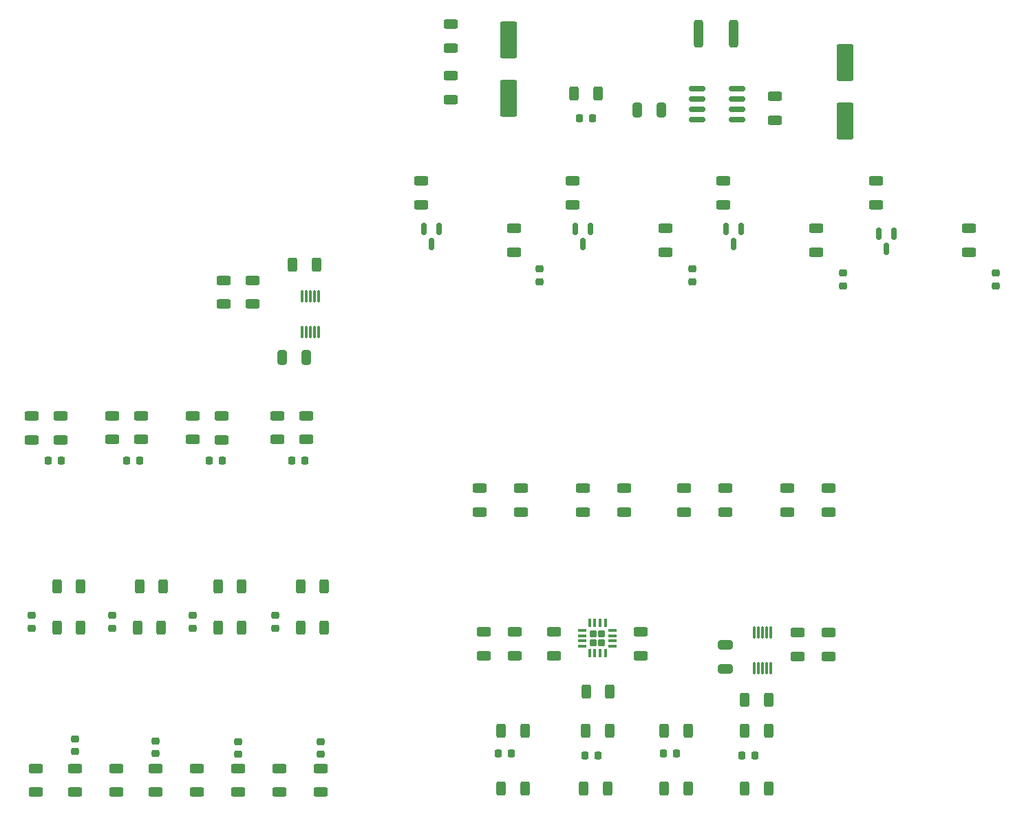
<source format=gbr>
%TF.GenerationSoftware,KiCad,Pcbnew,(6.0.9)*%
%TF.CreationDate,2022-12-14T22:51:07-08:00*%
%TF.ProjectId,halloween vending machine,68616c6c-6f77-4656-956e-2076656e6469,rev?*%
%TF.SameCoordinates,Original*%
%TF.FileFunction,Paste,Top*%
%TF.FilePolarity,Positive*%
%FSLAX46Y46*%
G04 Gerber Fmt 4.6, Leading zero omitted, Abs format (unit mm)*
G04 Created by KiCad (PCBNEW (6.0.9)) date 2022-12-14 22:51:07*
%MOMM*%
%LPD*%
G01*
G04 APERTURE LIST*
G04 Aperture macros list*
%AMRoundRect*
0 Rectangle with rounded corners*
0 $1 Rounding radius*
0 $2 $3 $4 $5 $6 $7 $8 $9 X,Y pos of 4 corners*
0 Add a 4 corners polygon primitive as box body*
4,1,4,$2,$3,$4,$5,$6,$7,$8,$9,$2,$3,0*
0 Add four circle primitives for the rounded corners*
1,1,$1+$1,$2,$3*
1,1,$1+$1,$4,$5*
1,1,$1+$1,$6,$7*
1,1,$1+$1,$8,$9*
0 Add four rect primitives between the rounded corners*
20,1,$1+$1,$2,$3,$4,$5,0*
20,1,$1+$1,$4,$5,$6,$7,0*
20,1,$1+$1,$6,$7,$8,$9,0*
20,1,$1+$1,$8,$9,$2,$3,0*%
G04 Aperture macros list end*
%ADD10RoundRect,0.218750X-0.218750X-0.256250X0.218750X-0.256250X0.218750X0.256250X-0.218750X0.256250X0*%
%ADD11RoundRect,0.218750X0.218750X0.256250X-0.218750X0.256250X-0.218750X-0.256250X0.218750X-0.256250X0*%
%ADD12RoundRect,0.218750X-0.256250X0.218750X-0.256250X-0.218750X0.256250X-0.218750X0.256250X0.218750X0*%
%ADD13RoundRect,0.218750X0.256250X-0.218750X0.256250X0.218750X-0.256250X0.218750X-0.256250X-0.218750X0*%
%ADD14RoundRect,0.250000X-0.625000X0.312500X-0.625000X-0.312500X0.625000X-0.312500X0.625000X0.312500X0*%
%ADD15RoundRect,0.250000X-0.312500X-0.625000X0.312500X-0.625000X0.312500X0.625000X-0.312500X0.625000X0*%
%ADD16RoundRect,0.250000X0.650000X-0.325000X0.650000X0.325000X-0.650000X0.325000X-0.650000X-0.325000X0*%
%ADD17RoundRect,0.250000X0.625000X-0.312500X0.625000X0.312500X-0.625000X0.312500X-0.625000X-0.312500X0*%
%ADD18RoundRect,0.075000X0.075000X-0.650000X0.075000X0.650000X-0.075000X0.650000X-0.075000X-0.650000X0*%
%ADD19RoundRect,0.150000X-0.150000X0.587500X-0.150000X-0.587500X0.150000X-0.587500X0.150000X0.587500X0*%
%ADD20RoundRect,0.212500X0.212500X0.212500X-0.212500X0.212500X-0.212500X-0.212500X0.212500X-0.212500X0*%
%ADD21RoundRect,0.087500X0.425000X0.087500X-0.425000X0.087500X-0.425000X-0.087500X0.425000X-0.087500X0*%
%ADD22RoundRect,0.087500X0.087500X0.425000X-0.087500X0.425000X-0.087500X-0.425000X0.087500X-0.425000X0*%
%ADD23RoundRect,0.150000X-0.825000X-0.150000X0.825000X-0.150000X0.825000X0.150000X-0.825000X0.150000X0*%
%ADD24RoundRect,0.250000X0.312500X0.625000X-0.312500X0.625000X-0.312500X-0.625000X0.312500X-0.625000X0*%
%ADD25RoundRect,0.250001X0.799999X-1.999999X0.799999X1.999999X-0.799999X1.999999X-0.799999X-1.999999X0*%
%ADD26RoundRect,0.250000X0.325000X0.650000X-0.325000X0.650000X-0.325000X-0.650000X0.325000X-0.650000X0*%
%ADD27RoundRect,0.250000X-0.312500X-1.450000X0.312500X-1.450000X0.312500X1.450000X-0.312500X1.450000X0*%
%ADD28RoundRect,0.075000X-0.075000X0.650000X-0.075000X-0.650000X0.075000X-0.650000X0.075000X0.650000X0*%
G04 APERTURE END LIST*
D10*
%TO.C,D26*%
X95057500Y-34500000D03*
X96632500Y-34500000D03*
%TD*%
D11*
%TO.C,D25*%
X61239500Y-76657000D03*
X59664500Y-76657000D03*
%TD*%
%TO.C,D24*%
X51079500Y-76657000D03*
X49504500Y-76657000D03*
%TD*%
%TO.C,D23*%
X40919500Y-76657000D03*
X39344500Y-76657000D03*
%TD*%
%TO.C,D22*%
X31267500Y-76667000D03*
X29692500Y-76667000D03*
%TD*%
D12*
%TO.C,D9*%
X57618000Y-95732500D03*
X57618000Y-97307500D03*
%TD*%
%TO.C,D8*%
X47458000Y-95732500D03*
X47458000Y-97307500D03*
%TD*%
%TO.C,D7*%
X37552000Y-95732500D03*
X37552000Y-97307500D03*
%TD*%
%TO.C,D6*%
X27646000Y-95732500D03*
X27646000Y-97307500D03*
%TD*%
D13*
%TO.C,D13*%
X127508000Y-55143500D03*
X127508000Y-53568500D03*
%TD*%
D10*
%TO.C,D21*%
X116611500Y-113030000D03*
X115036500Y-113030000D03*
%TD*%
%TO.C,D20*%
X106959500Y-112776000D03*
X105384500Y-112776000D03*
%TD*%
%TO.C,D19*%
X95732500Y-113030000D03*
X97307500Y-113030000D03*
%TD*%
%TO.C,D18*%
X85064500Y-112776000D03*
X86639500Y-112776000D03*
%TD*%
D13*
%TO.C,D14*%
X146304000Y-55143500D03*
X146304000Y-53568500D03*
%TD*%
%TO.C,D12*%
X108966000Y-54635500D03*
X108966000Y-53060500D03*
%TD*%
%TO.C,D10*%
X90170000Y-54635500D03*
X90170000Y-53060500D03*
%TD*%
D12*
%TO.C,D5*%
X63206000Y-111266500D03*
X63206000Y-112841500D03*
%TD*%
%TO.C,D4*%
X53046000Y-111266500D03*
X53046000Y-112841500D03*
%TD*%
%TO.C,D3*%
X42886000Y-111175500D03*
X42886000Y-112750500D03*
%TD*%
%TO.C,D2*%
X32980000Y-110921500D03*
X32980000Y-112496500D03*
%TD*%
D14*
%TO.C,R24*%
X87026000Y-48063500D03*
X87026000Y-50988500D03*
%TD*%
D15*
%TO.C,R21*%
X40915500Y-92151000D03*
X43840500Y-92151000D03*
%TD*%
D16*
%TO.C,C4*%
X113030000Y-102313000D03*
X113030000Y-99363000D03*
%TD*%
D17*
%TO.C,R50*%
X47458000Y-74055500D03*
X47458000Y-71130500D03*
%TD*%
D18*
%TO.C,U17*%
X60976000Y-60874000D03*
X61476000Y-60874000D03*
X61976000Y-60874000D03*
X62476000Y-60874000D03*
X62976000Y-60874000D03*
X62976000Y-56474000D03*
X62476000Y-56474000D03*
X61976000Y-56474000D03*
X61476000Y-56474000D03*
X60976000Y-56474000D03*
%TD*%
D15*
%TO.C,R17*%
X40661500Y-97231000D03*
X43586500Y-97231000D03*
%TD*%
D19*
%TO.C,Q1*%
X77816000Y-48159000D03*
X75916000Y-48159000D03*
X76866000Y-50034000D03*
%TD*%
D14*
%TO.C,R27*%
X124206000Y-48095500D03*
X124206000Y-51020500D03*
%TD*%
D15*
%TO.C,R18*%
X50567500Y-97231000D03*
X53492500Y-97231000D03*
%TD*%
D14*
%TO.C,R31*%
X131572000Y-42225500D03*
X131572000Y-45150500D03*
%TD*%
D15*
%TO.C,R20*%
X30755500Y-92151000D03*
X33680500Y-92151000D03*
%TD*%
D20*
%TO.C,U3*%
X96757000Y-99077000D03*
X97807000Y-98027000D03*
X97807000Y-99077000D03*
X96757000Y-98027000D03*
D21*
X99144500Y-99527000D03*
X99144500Y-98877000D03*
X99144500Y-98227000D03*
X99144500Y-97577000D03*
D22*
X98257000Y-96689500D03*
X97607000Y-96689500D03*
X96957000Y-96689500D03*
X96307000Y-96689500D03*
D21*
X95419500Y-97577000D03*
X95419500Y-98227000D03*
X95419500Y-98877000D03*
X95419500Y-99527000D03*
D22*
X96307000Y-100414500D03*
X96957000Y-100414500D03*
X97607000Y-100414500D03*
X98257000Y-100414500D03*
%TD*%
D23*
%TO.C,U2*%
X109539000Y-30861000D03*
X109539000Y-32131000D03*
X109539000Y-33401000D03*
X109539000Y-34671000D03*
X114489000Y-34671000D03*
X114489000Y-33401000D03*
X114489000Y-32131000D03*
X114489000Y-30861000D03*
%TD*%
D24*
%TO.C,R44*%
X108396500Y-109982000D03*
X105471500Y-109982000D03*
%TD*%
D25*
%TO.C,C3*%
X86360000Y-32092000D03*
X86360000Y-24892000D03*
%TD*%
D17*
%TO.C,R51*%
X57872000Y-74055500D03*
X57872000Y-71130500D03*
%TD*%
%TO.C,R8*%
X28154000Y-117489500D03*
X28154000Y-114564500D03*
%TD*%
%TO.C,R5*%
X91948000Y-100715000D03*
X91948000Y-97790000D03*
%TD*%
%TO.C,R13*%
X53046000Y-117489500D03*
X53046000Y-114564500D03*
%TD*%
D14*
%TO.C,R26*%
X105664000Y-48067500D03*
X105664000Y-50992500D03*
%TD*%
D17*
%TO.C,R59*%
X51308000Y-57404000D03*
X51308000Y-54479000D03*
%TD*%
D14*
%TO.C,R30*%
X112776000Y-42253500D03*
X112776000Y-45178500D03*
%TD*%
D17*
%TO.C,R12*%
X47966000Y-117489500D03*
X47966000Y-114564500D03*
%TD*%
D15*
%TO.C,R23*%
X60727500Y-92151000D03*
X63652500Y-92151000D03*
%TD*%
D14*
%TO.C,R35*%
X100584000Y-80071500D03*
X100584000Y-82996500D03*
%TD*%
D24*
%TO.C,R42*%
X98744500Y-109982000D03*
X95819500Y-109982000D03*
%TD*%
D14*
%TO.C,R33*%
X125730000Y-80071500D03*
X125730000Y-82996500D03*
%TD*%
D17*
%TO.C,R60*%
X125730000Y-100776500D03*
X125730000Y-97851500D03*
%TD*%
D24*
%TO.C,R46*%
X118302500Y-109982000D03*
X115377500Y-109982000D03*
%TD*%
D14*
%TO.C,R2*%
X79248000Y-22921500D03*
X79248000Y-25846500D03*
%TD*%
D26*
%TO.C,C5*%
X61419000Y-64008000D03*
X58469000Y-64008000D03*
%TD*%
D17*
%TO.C,R39*%
X95504000Y-82996500D03*
X95504000Y-80071500D03*
%TD*%
%TO.C,R49*%
X37552000Y-74055500D03*
X37552000Y-71130500D03*
%TD*%
D24*
%TO.C,R57*%
X118302500Y-106172000D03*
X115377500Y-106172000D03*
%TD*%
D17*
%TO.C,R11*%
X42886000Y-117489500D03*
X42886000Y-114564500D03*
%TD*%
D24*
%TO.C,R43*%
X98490500Y-117094000D03*
X95565500Y-117094000D03*
%TD*%
D15*
%TO.C,R19*%
X60727500Y-97231000D03*
X63652500Y-97231000D03*
%TD*%
D17*
%TO.C,R62*%
X54864000Y-57404000D03*
X54864000Y-54479000D03*
%TD*%
D14*
%TO.C,R25*%
X75596000Y-42221500D03*
X75596000Y-45146500D03*
%TD*%
D24*
%TO.C,R40*%
X88330500Y-109982000D03*
X85405500Y-109982000D03*
%TD*%
D17*
%TO.C,R6*%
X87122000Y-100715000D03*
X87122000Y-97790000D03*
%TD*%
D24*
%TO.C,R41*%
X88330500Y-117094000D03*
X85405500Y-117094000D03*
%TD*%
D15*
%TO.C,R63*%
X94382500Y-31480000D03*
X97307500Y-31480000D03*
%TD*%
%TO.C,R56*%
X95881000Y-105156000D03*
X98806000Y-105156000D03*
%TD*%
D19*
%TO.C,Q3*%
X114996000Y-48163000D03*
X113096000Y-48163000D03*
X114046000Y-50038000D03*
%TD*%
D14*
%TO.C,R32*%
X113030000Y-80071500D03*
X113030000Y-82996500D03*
%TD*%
D19*
%TO.C,Q4*%
X133792000Y-48699000D03*
X131892000Y-48699000D03*
X132842000Y-50574000D03*
%TD*%
D14*
%TO.C,R29*%
X94234000Y-42225500D03*
X94234000Y-45150500D03*
%TD*%
%TO.C,R34*%
X87884000Y-80071500D03*
X87884000Y-82996500D03*
%TD*%
D27*
%TO.C,L1*%
X109728000Y-24130000D03*
X114003000Y-24130000D03*
%TD*%
D14*
%TO.C,R7*%
X102616000Y-97790000D03*
X102616000Y-100715000D03*
%TD*%
D17*
%TO.C,R48*%
X27646000Y-74117000D03*
X27646000Y-71192000D03*
%TD*%
D26*
%TO.C,C2*%
X105107000Y-33528000D03*
X102157000Y-33528000D03*
%TD*%
D17*
%TO.C,R38*%
X82804000Y-82996500D03*
X82804000Y-80071500D03*
%TD*%
D14*
%TO.C,R28*%
X143002000Y-48067500D03*
X143002000Y-50992500D03*
%TD*%
D17*
%TO.C,R52*%
X31202000Y-74117000D03*
X31202000Y-71192000D03*
%TD*%
D24*
%TO.C,R45*%
X108396500Y-117094000D03*
X105471500Y-117094000D03*
%TD*%
D17*
%TO.C,R54*%
X51014000Y-74117000D03*
X51014000Y-71192000D03*
%TD*%
%TO.C,R61*%
X121920000Y-100776500D03*
X121920000Y-97851500D03*
%TD*%
%TO.C,R36*%
X107950000Y-82996500D03*
X107950000Y-80071500D03*
%TD*%
%TO.C,R37*%
X120650000Y-82996500D03*
X120650000Y-80071500D03*
%TD*%
D24*
%TO.C,R58*%
X62676500Y-52578000D03*
X59751500Y-52578000D03*
%TD*%
D25*
%TO.C,C1*%
X127762000Y-34842000D03*
X127762000Y-27642000D03*
%TD*%
D17*
%TO.C,R55*%
X61428000Y-74055500D03*
X61428000Y-71130500D03*
%TD*%
%TO.C,R9*%
X32980000Y-117489500D03*
X32980000Y-114564500D03*
%TD*%
D19*
%TO.C,Q2*%
X96454000Y-48163000D03*
X94554000Y-48163000D03*
X95504000Y-50038000D03*
%TD*%
D17*
%TO.C,R15*%
X63206000Y-117489500D03*
X63206000Y-114564500D03*
%TD*%
%TO.C,R1*%
X119126000Y-34736500D03*
X119126000Y-31811500D03*
%TD*%
D28*
%TO.C,U4*%
X118602000Y-97876000D03*
X118102000Y-97876000D03*
X117602000Y-97876000D03*
X117102000Y-97876000D03*
X116602000Y-97876000D03*
X116602000Y-102276000D03*
X117102000Y-102276000D03*
X117602000Y-102276000D03*
X118102000Y-102276000D03*
X118602000Y-102276000D03*
%TD*%
D15*
%TO.C,R16*%
X30755500Y-97231000D03*
X33680500Y-97231000D03*
%TD*%
D14*
%TO.C,R3*%
X79248000Y-29271500D03*
X79248000Y-32196500D03*
%TD*%
D17*
%TO.C,R4*%
X83312000Y-100715000D03*
X83312000Y-97790000D03*
%TD*%
D15*
%TO.C,R22*%
X50567500Y-92151000D03*
X53492500Y-92151000D03*
%TD*%
D24*
%TO.C,R47*%
X118302500Y-117094000D03*
X115377500Y-117094000D03*
%TD*%
D17*
%TO.C,R10*%
X38060000Y-117489500D03*
X38060000Y-114564500D03*
%TD*%
%TO.C,R53*%
X41108000Y-74055500D03*
X41108000Y-71130500D03*
%TD*%
%TO.C,R14*%
X58126000Y-117489500D03*
X58126000Y-114564500D03*
%TD*%
M02*

</source>
